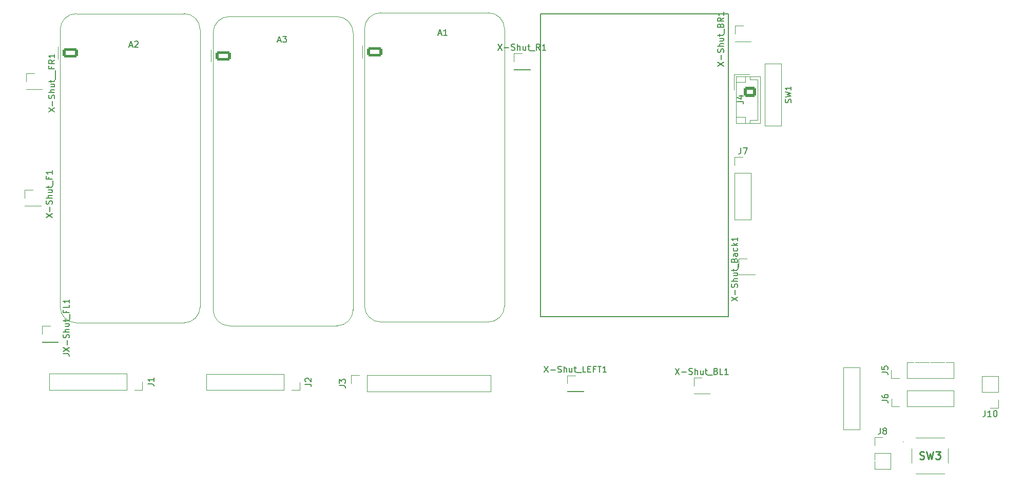
<source format=gts>
G04 #@! TF.GenerationSoftware,KiCad,Pcbnew,9.0.0*
G04 #@! TF.CreationDate,2025-04-18T00:11:51+02:00*
G04 #@! TF.ProjectId,Omni-X-II-PCB,4f6d6e69-2d58-42d4-9949-2d5043422e6b,rev?*
G04 #@! TF.SameCoordinates,Original*
G04 #@! TF.FileFunction,Soldermask,Top*
G04 #@! TF.FilePolarity,Negative*
%FSLAX46Y46*%
G04 Gerber Fmt 4.6, Leading zero omitted, Abs format (unit mm)*
G04 Created by KiCad (PCBNEW 9.0.0) date 2025-04-18 00:11:51*
%MOMM*%
%LPD*%
G01*
G04 APERTURE LIST*
G04 Aperture macros list*
%AMRoundRect*
0 Rectangle with rounded corners*
0 $1 Rounding radius*
0 $2 $3 $4 $5 $6 $7 $8 $9 X,Y pos of 4 corners*
0 Add a 4 corners polygon primitive as box body*
4,1,4,$2,$3,$4,$5,$6,$7,$8,$9,$2,$3,0*
0 Add four circle primitives for the rounded corners*
1,1,$1+$1,$2,$3*
1,1,$1+$1,$4,$5*
1,1,$1+$1,$6,$7*
1,1,$1+$1,$8,$9*
0 Add four rect primitives between the rounded corners*
20,1,$1+$1,$2,$3,$4,$5,0*
20,1,$1+$1,$4,$5,$6,$7,0*
20,1,$1+$1,$6,$7,$8,$9,0*
20,1,$1+$1,$8,$9,$2,$3,0*%
G04 Aperture macros list end*
%ADD10R,1.700000X1.700000*%
%ADD11O,1.500000X2.500000*%
%ADD12O,1.700000X1.700000*%
%ADD13RoundRect,0.250000X-0.750000X0.600000X-0.750000X-0.600000X0.750000X-0.600000X0.750000X0.600000X0*%
%ADD14O,2.500000X1.500000*%
%ADD15RoundRect,0.250000X-1.050000X-0.550000X1.050000X-0.550000X1.050000X0.550000X-1.050000X0.550000X0*%
%ADD16O,2.600000X1.600000*%
%ADD17C,2.000000*%
%ADD18R,1.500000X1.500000*%
%ADD19C,1.600000*%
%ADD20C,0.200000*%
%ADD21C,0.150000*%
%ADD22C,0.254000*%
%ADD23C,0.120000*%
%ADD24C,0.100000*%
G04 APERTURE END LIST*
D10*
X73680000Y-62140000D03*
X116140000Y-111750000D03*
D11*
X113600000Y-111750000D03*
X111060000Y-111750000D03*
X108520000Y-111750000D03*
D12*
X105980000Y-111750000D03*
X103440000Y-111750000D03*
D13*
X191750000Y-63900000D03*
D14*
X191750000Y-66400000D03*
D10*
X90180000Y-111700000D03*
D11*
X87640000Y-111700000D03*
X85100000Y-111700000D03*
X82560000Y-111700000D03*
D12*
X80020000Y-111700000D03*
X77480000Y-111700000D03*
D10*
X73440000Y-81360000D03*
X127310000Y-111960000D03*
D12*
X129850000Y-111960000D03*
D11*
X132390000Y-111960000D03*
X134930000Y-111960000D03*
X137470000Y-111960000D03*
D12*
X140010000Y-111960000D03*
X142550000Y-111960000D03*
X145090000Y-111960000D03*
X147630000Y-111960000D03*
D10*
X183800000Y-112350000D03*
D15*
X129840000Y-57270000D03*
D16*
X129840000Y-59810000D03*
X129840000Y-62350000D03*
X129840000Y-64890000D03*
X129840000Y-67430000D03*
X129840000Y-69970000D03*
X129840000Y-72510000D03*
X129840000Y-75050000D03*
X129840000Y-77590000D03*
X129840000Y-80130000D03*
X129840000Y-82670000D03*
X129840000Y-85210000D03*
X129840000Y-87750000D03*
X129840000Y-90290000D03*
X129840000Y-92830000D03*
X129840000Y-95370000D03*
X149560000Y-95370000D03*
X149560000Y-92830000D03*
X149560000Y-90290000D03*
X149560000Y-87750000D03*
X149560000Y-85210000D03*
X149560000Y-82670000D03*
X149560000Y-80130000D03*
X149560000Y-77590000D03*
X149560000Y-75050000D03*
X149560000Y-72510000D03*
X149560000Y-69970000D03*
X149560000Y-67430000D03*
D10*
X154130000Y-58850000D03*
X190560000Y-75970000D03*
D14*
X190560000Y-78510000D03*
X190560000Y-81050000D03*
X190560000Y-83590000D03*
D15*
X79640000Y-57410000D03*
D16*
X79640000Y-59950000D03*
X79640000Y-62490000D03*
X79640000Y-65030000D03*
X79640000Y-67570000D03*
X79640000Y-70110000D03*
X79640000Y-72650000D03*
X79640000Y-75190000D03*
X79640000Y-77730000D03*
X79640000Y-80270000D03*
X79640000Y-82810000D03*
X79640000Y-85350000D03*
X79640000Y-87890000D03*
X79640000Y-90430000D03*
X79640000Y-92970000D03*
X79640000Y-95510000D03*
X99360000Y-95510000D03*
X99360000Y-92970000D03*
X99360000Y-90430000D03*
X99360000Y-87890000D03*
X99360000Y-85350000D03*
X99360000Y-82810000D03*
X99360000Y-80270000D03*
X99360000Y-77730000D03*
X99360000Y-75190000D03*
X99360000Y-72650000D03*
X99360000Y-70110000D03*
X99360000Y-67570000D03*
D17*
X218190000Y-121640000D03*
X224690000Y-121640000D03*
X218190000Y-126140000D03*
X224690000Y-126140000D03*
D10*
X191220000Y-92700000D03*
X216395000Y-114450000D03*
D11*
X218935000Y-114450000D03*
X221475000Y-114450000D03*
X224015000Y-114450000D03*
D10*
X231345000Y-114660000D03*
D14*
X231345000Y-112120000D03*
D10*
X76290000Y-103830000D03*
D18*
X195550000Y-64320000D03*
D19*
X195550000Y-61780000D03*
D14*
X195550000Y-66860000D03*
D18*
X208495000Y-114430000D03*
D19*
X208495000Y-116970000D03*
D14*
X208495000Y-111890000D03*
D10*
X190590000Y-54270000D03*
X162960000Y-111990000D03*
D15*
X104870000Y-57900000D03*
D16*
X104870000Y-60440000D03*
X104870000Y-62980000D03*
X104870000Y-65520000D03*
X104870000Y-68060000D03*
X104870000Y-70600000D03*
X104870000Y-73140000D03*
X104870000Y-75680000D03*
X104870000Y-78220000D03*
X104870000Y-80760000D03*
X104870000Y-83300000D03*
X104870000Y-85840000D03*
X104870000Y-88380000D03*
X104870000Y-90920000D03*
X104870000Y-93460000D03*
X104870000Y-96000000D03*
X124590000Y-96000000D03*
X124590000Y-93460000D03*
X124590000Y-90920000D03*
X124590000Y-88380000D03*
X124590000Y-85840000D03*
X124590000Y-83300000D03*
X124590000Y-80760000D03*
X124590000Y-78220000D03*
X124590000Y-75680000D03*
X124590000Y-73140000D03*
X124590000Y-70600000D03*
X124590000Y-68060000D03*
D10*
X216355000Y-109780000D03*
D11*
X218895000Y-109780000D03*
X221435000Y-109780000D03*
X223975000Y-109780000D03*
D10*
X213595000Y-122210000D03*
D14*
X213595000Y-124750000D03*
%LPC*%
D10*
X73680000Y-62140000D03*
X116140000Y-111750000D03*
D11*
X113600000Y-111750000D03*
X111060000Y-111750000D03*
X108520000Y-111750000D03*
D12*
X105980000Y-111750000D03*
X103440000Y-111750000D03*
D13*
X191750000Y-63900000D03*
D14*
X191750000Y-66400000D03*
D10*
X90180000Y-111700000D03*
D11*
X87640000Y-111700000D03*
X85100000Y-111700000D03*
X82560000Y-111700000D03*
D12*
X80020000Y-111700000D03*
X77480000Y-111700000D03*
D10*
X73440000Y-81360000D03*
X127310000Y-111960000D03*
D12*
X129850000Y-111960000D03*
D11*
X132390000Y-111960000D03*
X134930000Y-111960000D03*
X137470000Y-111960000D03*
D12*
X140010000Y-111960000D03*
X142550000Y-111960000D03*
X145090000Y-111960000D03*
X147630000Y-111960000D03*
D10*
X183800000Y-112350000D03*
D15*
X129840000Y-57270000D03*
D16*
X129840000Y-59810000D03*
X129840000Y-62350000D03*
X129840000Y-64890000D03*
X129840000Y-67430000D03*
X129840000Y-69970000D03*
X129840000Y-72510000D03*
X129840000Y-75050000D03*
X129840000Y-77590000D03*
X129840000Y-80130000D03*
X129840000Y-82670000D03*
X129840000Y-85210000D03*
X129840000Y-87750000D03*
X129840000Y-90290000D03*
X129840000Y-92830000D03*
X129840000Y-95370000D03*
X149560000Y-95370000D03*
X149560000Y-92830000D03*
X149560000Y-90290000D03*
X149560000Y-87750000D03*
X149560000Y-85210000D03*
X149560000Y-82670000D03*
X149560000Y-80130000D03*
X149560000Y-77590000D03*
X149560000Y-75050000D03*
X149560000Y-72510000D03*
X149560000Y-69970000D03*
X149560000Y-67430000D03*
D10*
X154130000Y-58850000D03*
X190560000Y-75970000D03*
D14*
X190560000Y-78510000D03*
X190560000Y-81050000D03*
X190560000Y-83590000D03*
D15*
X79640000Y-57410000D03*
D16*
X79640000Y-59950000D03*
X79640000Y-62490000D03*
X79640000Y-65030000D03*
X79640000Y-67570000D03*
X79640000Y-70110000D03*
X79640000Y-72650000D03*
X79640000Y-75190000D03*
X79640000Y-77730000D03*
X79640000Y-80270000D03*
X79640000Y-82810000D03*
X79640000Y-85350000D03*
X79640000Y-87890000D03*
X79640000Y-90430000D03*
X79640000Y-92970000D03*
X79640000Y-95510000D03*
X99360000Y-95510000D03*
X99360000Y-92970000D03*
X99360000Y-90430000D03*
X99360000Y-87890000D03*
X99360000Y-85350000D03*
X99360000Y-82810000D03*
X99360000Y-80270000D03*
X99360000Y-77730000D03*
X99360000Y-75190000D03*
X99360000Y-72650000D03*
X99360000Y-70110000D03*
X99360000Y-67570000D03*
D17*
X218190000Y-121640000D03*
X224690000Y-121640000D03*
X218190000Y-126140000D03*
X224690000Y-126140000D03*
D10*
X191220000Y-92700000D03*
X216395000Y-114450000D03*
D11*
X218935000Y-114450000D03*
X221475000Y-114450000D03*
X224015000Y-114450000D03*
D10*
X231345000Y-114660000D03*
D14*
X231345000Y-112120000D03*
D10*
X76290000Y-103830000D03*
D18*
X195550000Y-64320000D03*
D19*
X195550000Y-61780000D03*
D14*
X195550000Y-66860000D03*
D18*
X208495000Y-114430000D03*
D19*
X208495000Y-116970000D03*
D14*
X208495000Y-111890000D03*
D10*
X190590000Y-54270000D03*
X162960000Y-111990000D03*
D15*
X104870000Y-57900000D03*
D16*
X104870000Y-60440000D03*
X104870000Y-62980000D03*
X104870000Y-65520000D03*
X104870000Y-68060000D03*
X104870000Y-70600000D03*
X104870000Y-73140000D03*
X104870000Y-75680000D03*
X104870000Y-78220000D03*
X104870000Y-80760000D03*
X104870000Y-83300000D03*
X104870000Y-85840000D03*
X104870000Y-88380000D03*
X104870000Y-90920000D03*
X104870000Y-93460000D03*
X104870000Y-96000000D03*
X124590000Y-96000000D03*
X124590000Y-93460000D03*
X124590000Y-90920000D03*
X124590000Y-88380000D03*
X124590000Y-85840000D03*
X124590000Y-83300000D03*
X124590000Y-80760000D03*
X124590000Y-78220000D03*
X124590000Y-75680000D03*
X124590000Y-73140000D03*
X124590000Y-70600000D03*
X124590000Y-68060000D03*
D10*
X216355000Y-109780000D03*
D11*
X218895000Y-109780000D03*
X221435000Y-109780000D03*
X223975000Y-109780000D03*
D10*
X213595000Y-122210000D03*
D14*
X213595000Y-124750000D03*
%LPD*%
D20*
X157150000Y-50970000D02*
X188150000Y-50970000D01*
X188150000Y-100970000D01*
X157150000Y-100970000D01*
X157150000Y-50970000D01*
D21*
X76044819Y-67175714D02*
X77044819Y-66509048D01*
X76044819Y-66509048D02*
X77044819Y-67175714D01*
X76663866Y-66128095D02*
X76663866Y-65366191D01*
X76997200Y-64937619D02*
X77044819Y-64794762D01*
X77044819Y-64794762D02*
X77044819Y-64556667D01*
X77044819Y-64556667D02*
X76997200Y-64461429D01*
X76997200Y-64461429D02*
X76949580Y-64413810D01*
X76949580Y-64413810D02*
X76854342Y-64366191D01*
X76854342Y-64366191D02*
X76759104Y-64366191D01*
X76759104Y-64366191D02*
X76663866Y-64413810D01*
X76663866Y-64413810D02*
X76616247Y-64461429D01*
X76616247Y-64461429D02*
X76568628Y-64556667D01*
X76568628Y-64556667D02*
X76521009Y-64747143D01*
X76521009Y-64747143D02*
X76473390Y-64842381D01*
X76473390Y-64842381D02*
X76425771Y-64890000D01*
X76425771Y-64890000D02*
X76330533Y-64937619D01*
X76330533Y-64937619D02*
X76235295Y-64937619D01*
X76235295Y-64937619D02*
X76140057Y-64890000D01*
X76140057Y-64890000D02*
X76092438Y-64842381D01*
X76092438Y-64842381D02*
X76044819Y-64747143D01*
X76044819Y-64747143D02*
X76044819Y-64509048D01*
X76044819Y-64509048D02*
X76092438Y-64366191D01*
X77044819Y-63937619D02*
X76044819Y-63937619D01*
X77044819Y-63509048D02*
X76521009Y-63509048D01*
X76521009Y-63509048D02*
X76425771Y-63556667D01*
X76425771Y-63556667D02*
X76378152Y-63651905D01*
X76378152Y-63651905D02*
X76378152Y-63794762D01*
X76378152Y-63794762D02*
X76425771Y-63890000D01*
X76425771Y-63890000D02*
X76473390Y-63937619D01*
X76378152Y-62604286D02*
X77044819Y-62604286D01*
X76378152Y-63032857D02*
X76901961Y-63032857D01*
X76901961Y-63032857D02*
X76997200Y-62985238D01*
X76997200Y-62985238D02*
X77044819Y-62890000D01*
X77044819Y-62890000D02*
X77044819Y-62747143D01*
X77044819Y-62747143D02*
X76997200Y-62651905D01*
X76997200Y-62651905D02*
X76949580Y-62604286D01*
X76378152Y-62270952D02*
X76378152Y-61890000D01*
X76044819Y-62128095D02*
X76901961Y-62128095D01*
X76901961Y-62128095D02*
X76997200Y-62080476D01*
X76997200Y-62080476D02*
X77044819Y-61985238D01*
X77044819Y-61985238D02*
X77044819Y-61890000D01*
X77140057Y-61794762D02*
X77140057Y-61032857D01*
X77140057Y-61032857D02*
X77140057Y-60270952D01*
X76521009Y-59699523D02*
X76521009Y-60032856D01*
X77044819Y-60032856D02*
X76044819Y-60032856D01*
X76044819Y-60032856D02*
X76044819Y-59556666D01*
X77044819Y-58604285D02*
X76568628Y-58937618D01*
X77044819Y-59175713D02*
X76044819Y-59175713D01*
X76044819Y-59175713D02*
X76044819Y-58794761D01*
X76044819Y-58794761D02*
X76092438Y-58699523D01*
X76092438Y-58699523D02*
X76140057Y-58651904D01*
X76140057Y-58651904D02*
X76235295Y-58604285D01*
X76235295Y-58604285D02*
X76378152Y-58604285D01*
X76378152Y-58604285D02*
X76473390Y-58651904D01*
X76473390Y-58651904D02*
X76521009Y-58699523D01*
X76521009Y-58699523D02*
X76568628Y-58794761D01*
X76568628Y-58794761D02*
X76568628Y-59175713D01*
X77044819Y-57651904D02*
X77044819Y-58223332D01*
X77044819Y-57937618D02*
X76044819Y-57937618D01*
X76044819Y-57937618D02*
X76187676Y-58032856D01*
X76187676Y-58032856D02*
X76282914Y-58128094D01*
X76282914Y-58128094D02*
X76330533Y-58223332D01*
X118364819Y-112083333D02*
X119079104Y-112083333D01*
X119079104Y-112083333D02*
X119221961Y-112130952D01*
X119221961Y-112130952D02*
X119317200Y-112226190D01*
X119317200Y-112226190D02*
X119364819Y-112369047D01*
X119364819Y-112369047D02*
X119364819Y-112464285D01*
X118460057Y-111654761D02*
X118412438Y-111607142D01*
X118412438Y-111607142D02*
X118364819Y-111511904D01*
X118364819Y-111511904D02*
X118364819Y-111273809D01*
X118364819Y-111273809D02*
X118412438Y-111178571D01*
X118412438Y-111178571D02*
X118460057Y-111130952D01*
X118460057Y-111130952D02*
X118555295Y-111083333D01*
X118555295Y-111083333D02*
X118650533Y-111083333D01*
X118650533Y-111083333D02*
X118793390Y-111130952D01*
X118793390Y-111130952D02*
X119364819Y-111702380D01*
X119364819Y-111702380D02*
X119364819Y-111083333D01*
X189654819Y-65433333D02*
X190369104Y-65433333D01*
X190369104Y-65433333D02*
X190511961Y-65480952D01*
X190511961Y-65480952D02*
X190607200Y-65576190D01*
X190607200Y-65576190D02*
X190654819Y-65719047D01*
X190654819Y-65719047D02*
X190654819Y-65814285D01*
X189988152Y-64528571D02*
X190654819Y-64528571D01*
X189607200Y-64766666D02*
X190321485Y-65004761D01*
X190321485Y-65004761D02*
X190321485Y-64385714D01*
X92404819Y-112033333D02*
X93119104Y-112033333D01*
X93119104Y-112033333D02*
X93261961Y-112080952D01*
X93261961Y-112080952D02*
X93357200Y-112176190D01*
X93357200Y-112176190D02*
X93404819Y-112319047D01*
X93404819Y-112319047D02*
X93404819Y-112414285D01*
X93404819Y-111033333D02*
X93404819Y-111604761D01*
X93404819Y-111319047D02*
X92404819Y-111319047D01*
X92404819Y-111319047D02*
X92547676Y-111414285D01*
X92547676Y-111414285D02*
X92642914Y-111509523D01*
X92642914Y-111509523D02*
X92690533Y-111604761D01*
X75634819Y-84614761D02*
X76634819Y-83948095D01*
X75634819Y-83948095D02*
X76634819Y-84614761D01*
X76253866Y-83567142D02*
X76253866Y-82805238D01*
X76587200Y-82376666D02*
X76634819Y-82233809D01*
X76634819Y-82233809D02*
X76634819Y-81995714D01*
X76634819Y-81995714D02*
X76587200Y-81900476D01*
X76587200Y-81900476D02*
X76539580Y-81852857D01*
X76539580Y-81852857D02*
X76444342Y-81805238D01*
X76444342Y-81805238D02*
X76349104Y-81805238D01*
X76349104Y-81805238D02*
X76253866Y-81852857D01*
X76253866Y-81852857D02*
X76206247Y-81900476D01*
X76206247Y-81900476D02*
X76158628Y-81995714D01*
X76158628Y-81995714D02*
X76111009Y-82186190D01*
X76111009Y-82186190D02*
X76063390Y-82281428D01*
X76063390Y-82281428D02*
X76015771Y-82329047D01*
X76015771Y-82329047D02*
X75920533Y-82376666D01*
X75920533Y-82376666D02*
X75825295Y-82376666D01*
X75825295Y-82376666D02*
X75730057Y-82329047D01*
X75730057Y-82329047D02*
X75682438Y-82281428D01*
X75682438Y-82281428D02*
X75634819Y-82186190D01*
X75634819Y-82186190D02*
X75634819Y-81948095D01*
X75634819Y-81948095D02*
X75682438Y-81805238D01*
X76634819Y-81376666D02*
X75634819Y-81376666D01*
X76634819Y-80948095D02*
X76111009Y-80948095D01*
X76111009Y-80948095D02*
X76015771Y-80995714D01*
X76015771Y-80995714D02*
X75968152Y-81090952D01*
X75968152Y-81090952D02*
X75968152Y-81233809D01*
X75968152Y-81233809D02*
X76015771Y-81329047D01*
X76015771Y-81329047D02*
X76063390Y-81376666D01*
X75968152Y-80043333D02*
X76634819Y-80043333D01*
X75968152Y-80471904D02*
X76491961Y-80471904D01*
X76491961Y-80471904D02*
X76587200Y-80424285D01*
X76587200Y-80424285D02*
X76634819Y-80329047D01*
X76634819Y-80329047D02*
X76634819Y-80186190D01*
X76634819Y-80186190D02*
X76587200Y-80090952D01*
X76587200Y-80090952D02*
X76539580Y-80043333D01*
X75968152Y-79709999D02*
X75968152Y-79329047D01*
X75634819Y-79567142D02*
X76491961Y-79567142D01*
X76491961Y-79567142D02*
X76587200Y-79519523D01*
X76587200Y-79519523D02*
X76634819Y-79424285D01*
X76634819Y-79424285D02*
X76634819Y-79329047D01*
X76730057Y-79233809D02*
X76730057Y-78471904D01*
X76111009Y-77900475D02*
X76111009Y-78233808D01*
X76634819Y-78233808D02*
X75634819Y-78233808D01*
X75634819Y-78233808D02*
X75634819Y-77757618D01*
X76634819Y-76852856D02*
X76634819Y-77424284D01*
X76634819Y-77138570D02*
X75634819Y-77138570D01*
X75634819Y-77138570D02*
X75777676Y-77233808D01*
X75777676Y-77233808D02*
X75872914Y-77329046D01*
X75872914Y-77329046D02*
X75920533Y-77424284D01*
X123994819Y-112293333D02*
X124709104Y-112293333D01*
X124709104Y-112293333D02*
X124851961Y-112340952D01*
X124851961Y-112340952D02*
X124947200Y-112436190D01*
X124947200Y-112436190D02*
X124994819Y-112579047D01*
X124994819Y-112579047D02*
X124994819Y-112674285D01*
X123994819Y-111912380D02*
X123994819Y-111293333D01*
X123994819Y-111293333D02*
X124375771Y-111626666D01*
X124375771Y-111626666D02*
X124375771Y-111483809D01*
X124375771Y-111483809D02*
X124423390Y-111388571D01*
X124423390Y-111388571D02*
X124471009Y-111340952D01*
X124471009Y-111340952D02*
X124566247Y-111293333D01*
X124566247Y-111293333D02*
X124804342Y-111293333D01*
X124804342Y-111293333D02*
X124899580Y-111340952D01*
X124899580Y-111340952D02*
X124947200Y-111388571D01*
X124947200Y-111388571D02*
X124994819Y-111483809D01*
X124994819Y-111483809D02*
X124994819Y-111769523D01*
X124994819Y-111769523D02*
X124947200Y-111864761D01*
X124947200Y-111864761D02*
X124899580Y-111912380D01*
X179419047Y-109474819D02*
X180085713Y-110474819D01*
X180085713Y-109474819D02*
X179419047Y-110474819D01*
X180466666Y-110093866D02*
X181228571Y-110093866D01*
X181657142Y-110427200D02*
X181799999Y-110474819D01*
X181799999Y-110474819D02*
X182038094Y-110474819D01*
X182038094Y-110474819D02*
X182133332Y-110427200D01*
X182133332Y-110427200D02*
X182180951Y-110379580D01*
X182180951Y-110379580D02*
X182228570Y-110284342D01*
X182228570Y-110284342D02*
X182228570Y-110189104D01*
X182228570Y-110189104D02*
X182180951Y-110093866D01*
X182180951Y-110093866D02*
X182133332Y-110046247D01*
X182133332Y-110046247D02*
X182038094Y-109998628D01*
X182038094Y-109998628D02*
X181847618Y-109951009D01*
X181847618Y-109951009D02*
X181752380Y-109903390D01*
X181752380Y-109903390D02*
X181704761Y-109855771D01*
X181704761Y-109855771D02*
X181657142Y-109760533D01*
X181657142Y-109760533D02*
X181657142Y-109665295D01*
X181657142Y-109665295D02*
X181704761Y-109570057D01*
X181704761Y-109570057D02*
X181752380Y-109522438D01*
X181752380Y-109522438D02*
X181847618Y-109474819D01*
X181847618Y-109474819D02*
X182085713Y-109474819D01*
X182085713Y-109474819D02*
X182228570Y-109522438D01*
X182657142Y-110474819D02*
X182657142Y-109474819D01*
X183085713Y-110474819D02*
X183085713Y-109951009D01*
X183085713Y-109951009D02*
X183038094Y-109855771D01*
X183038094Y-109855771D02*
X182942856Y-109808152D01*
X182942856Y-109808152D02*
X182799999Y-109808152D01*
X182799999Y-109808152D02*
X182704761Y-109855771D01*
X182704761Y-109855771D02*
X182657142Y-109903390D01*
X183990475Y-109808152D02*
X183990475Y-110474819D01*
X183561904Y-109808152D02*
X183561904Y-110331961D01*
X183561904Y-110331961D02*
X183609523Y-110427200D01*
X183609523Y-110427200D02*
X183704761Y-110474819D01*
X183704761Y-110474819D02*
X183847618Y-110474819D01*
X183847618Y-110474819D02*
X183942856Y-110427200D01*
X183942856Y-110427200D02*
X183990475Y-110379580D01*
X184323809Y-109808152D02*
X184704761Y-109808152D01*
X184466666Y-109474819D02*
X184466666Y-110331961D01*
X184466666Y-110331961D02*
X184514285Y-110427200D01*
X184514285Y-110427200D02*
X184609523Y-110474819D01*
X184609523Y-110474819D02*
X184704761Y-110474819D01*
X184800000Y-110570057D02*
X185561904Y-110570057D01*
X186133333Y-109951009D02*
X186276190Y-109998628D01*
X186276190Y-109998628D02*
X186323809Y-110046247D01*
X186323809Y-110046247D02*
X186371428Y-110141485D01*
X186371428Y-110141485D02*
X186371428Y-110284342D01*
X186371428Y-110284342D02*
X186323809Y-110379580D01*
X186323809Y-110379580D02*
X186276190Y-110427200D01*
X186276190Y-110427200D02*
X186180952Y-110474819D01*
X186180952Y-110474819D02*
X185800000Y-110474819D01*
X185800000Y-110474819D02*
X185800000Y-109474819D01*
X185800000Y-109474819D02*
X186133333Y-109474819D01*
X186133333Y-109474819D02*
X186228571Y-109522438D01*
X186228571Y-109522438D02*
X186276190Y-109570057D01*
X186276190Y-109570057D02*
X186323809Y-109665295D01*
X186323809Y-109665295D02*
X186323809Y-109760533D01*
X186323809Y-109760533D02*
X186276190Y-109855771D01*
X186276190Y-109855771D02*
X186228571Y-109903390D01*
X186228571Y-109903390D02*
X186133333Y-109951009D01*
X186133333Y-109951009D02*
X185800000Y-109951009D01*
X187276190Y-110474819D02*
X186800000Y-110474819D01*
X186800000Y-110474819D02*
X186800000Y-109474819D01*
X188133333Y-110474819D02*
X187561905Y-110474819D01*
X187847619Y-110474819D02*
X187847619Y-109474819D01*
X187847619Y-109474819D02*
X187752381Y-109617676D01*
X187752381Y-109617676D02*
X187657143Y-109712914D01*
X187657143Y-109712914D02*
X187561905Y-109760533D01*
X140355714Y-54249104D02*
X140831904Y-54249104D01*
X140260476Y-54534819D02*
X140593809Y-53534819D01*
X140593809Y-53534819D02*
X140927142Y-54534819D01*
X141784285Y-54534819D02*
X141212857Y-54534819D01*
X141498571Y-54534819D02*
X141498571Y-53534819D01*
X141498571Y-53534819D02*
X141403333Y-53677676D01*
X141403333Y-53677676D02*
X141308095Y-53772914D01*
X141308095Y-53772914D02*
X141212857Y-53820533D01*
X150153809Y-55974819D02*
X150820475Y-56974819D01*
X150820475Y-55974819D02*
X150153809Y-56974819D01*
X151201428Y-56593866D02*
X151963333Y-56593866D01*
X152391904Y-56927200D02*
X152534761Y-56974819D01*
X152534761Y-56974819D02*
X152772856Y-56974819D01*
X152772856Y-56974819D02*
X152868094Y-56927200D01*
X152868094Y-56927200D02*
X152915713Y-56879580D01*
X152915713Y-56879580D02*
X152963332Y-56784342D01*
X152963332Y-56784342D02*
X152963332Y-56689104D01*
X152963332Y-56689104D02*
X152915713Y-56593866D01*
X152915713Y-56593866D02*
X152868094Y-56546247D01*
X152868094Y-56546247D02*
X152772856Y-56498628D01*
X152772856Y-56498628D02*
X152582380Y-56451009D01*
X152582380Y-56451009D02*
X152487142Y-56403390D01*
X152487142Y-56403390D02*
X152439523Y-56355771D01*
X152439523Y-56355771D02*
X152391904Y-56260533D01*
X152391904Y-56260533D02*
X152391904Y-56165295D01*
X152391904Y-56165295D02*
X152439523Y-56070057D01*
X152439523Y-56070057D02*
X152487142Y-56022438D01*
X152487142Y-56022438D02*
X152582380Y-55974819D01*
X152582380Y-55974819D02*
X152820475Y-55974819D01*
X152820475Y-55974819D02*
X152963332Y-56022438D01*
X153391904Y-56974819D02*
X153391904Y-55974819D01*
X153820475Y-56974819D02*
X153820475Y-56451009D01*
X153820475Y-56451009D02*
X153772856Y-56355771D01*
X153772856Y-56355771D02*
X153677618Y-56308152D01*
X153677618Y-56308152D02*
X153534761Y-56308152D01*
X153534761Y-56308152D02*
X153439523Y-56355771D01*
X153439523Y-56355771D02*
X153391904Y-56403390D01*
X154725237Y-56308152D02*
X154725237Y-56974819D01*
X154296666Y-56308152D02*
X154296666Y-56831961D01*
X154296666Y-56831961D02*
X154344285Y-56927200D01*
X154344285Y-56927200D02*
X154439523Y-56974819D01*
X154439523Y-56974819D02*
X154582380Y-56974819D01*
X154582380Y-56974819D02*
X154677618Y-56927200D01*
X154677618Y-56927200D02*
X154725237Y-56879580D01*
X155058571Y-56308152D02*
X155439523Y-56308152D01*
X155201428Y-55974819D02*
X155201428Y-56831961D01*
X155201428Y-56831961D02*
X155249047Y-56927200D01*
X155249047Y-56927200D02*
X155344285Y-56974819D01*
X155344285Y-56974819D02*
X155439523Y-56974819D01*
X155534762Y-57070057D02*
X156296666Y-57070057D01*
X157106190Y-56974819D02*
X156772857Y-56498628D01*
X156534762Y-56974819D02*
X156534762Y-55974819D01*
X156534762Y-55974819D02*
X156915714Y-55974819D01*
X156915714Y-55974819D02*
X157010952Y-56022438D01*
X157010952Y-56022438D02*
X157058571Y-56070057D01*
X157058571Y-56070057D02*
X157106190Y-56165295D01*
X157106190Y-56165295D02*
X157106190Y-56308152D01*
X157106190Y-56308152D02*
X157058571Y-56403390D01*
X157058571Y-56403390D02*
X157010952Y-56451009D01*
X157010952Y-56451009D02*
X156915714Y-56498628D01*
X156915714Y-56498628D02*
X156534762Y-56498628D01*
X158058571Y-56974819D02*
X157487143Y-56974819D01*
X157772857Y-56974819D02*
X157772857Y-55974819D01*
X157772857Y-55974819D02*
X157677619Y-56117676D01*
X157677619Y-56117676D02*
X157582381Y-56212914D01*
X157582381Y-56212914D02*
X157487143Y-56260533D01*
X190226666Y-73094819D02*
X190226666Y-73809104D01*
X190226666Y-73809104D02*
X190179047Y-73951961D01*
X190179047Y-73951961D02*
X190083809Y-74047200D01*
X190083809Y-74047200D02*
X189940952Y-74094819D01*
X189940952Y-74094819D02*
X189845714Y-74094819D01*
X190607619Y-73094819D02*
X191274285Y-73094819D01*
X191274285Y-73094819D02*
X190845714Y-74094819D01*
X89395714Y-56199104D02*
X89871904Y-56199104D01*
X89300476Y-56484819D02*
X89633809Y-55484819D01*
X89633809Y-55484819D02*
X89967142Y-56484819D01*
X90252857Y-55580057D02*
X90300476Y-55532438D01*
X90300476Y-55532438D02*
X90395714Y-55484819D01*
X90395714Y-55484819D02*
X90633809Y-55484819D01*
X90633809Y-55484819D02*
X90729047Y-55532438D01*
X90729047Y-55532438D02*
X90776666Y-55580057D01*
X90776666Y-55580057D02*
X90824285Y-55675295D01*
X90824285Y-55675295D02*
X90824285Y-55770533D01*
X90824285Y-55770533D02*
X90776666Y-55913390D01*
X90776666Y-55913390D02*
X90205238Y-56484819D01*
X90205238Y-56484819D02*
X90824285Y-56484819D01*
D22*
X219746666Y-124403842D02*
X219928095Y-124464318D01*
X219928095Y-124464318D02*
X220230476Y-124464318D01*
X220230476Y-124464318D02*
X220351428Y-124403842D01*
X220351428Y-124403842D02*
X220411904Y-124343365D01*
X220411904Y-124343365D02*
X220472381Y-124222413D01*
X220472381Y-124222413D02*
X220472381Y-124101461D01*
X220472381Y-124101461D02*
X220411904Y-123980508D01*
X220411904Y-123980508D02*
X220351428Y-123920032D01*
X220351428Y-123920032D02*
X220230476Y-123859556D01*
X220230476Y-123859556D02*
X219988571Y-123799080D01*
X219988571Y-123799080D02*
X219867619Y-123738603D01*
X219867619Y-123738603D02*
X219807142Y-123678127D01*
X219807142Y-123678127D02*
X219746666Y-123557175D01*
X219746666Y-123557175D02*
X219746666Y-123436222D01*
X219746666Y-123436222D02*
X219807142Y-123315270D01*
X219807142Y-123315270D02*
X219867619Y-123254794D01*
X219867619Y-123254794D02*
X219988571Y-123194318D01*
X219988571Y-123194318D02*
X220290952Y-123194318D01*
X220290952Y-123194318D02*
X220472381Y-123254794D01*
X220895714Y-123194318D02*
X221198095Y-124464318D01*
X221198095Y-124464318D02*
X221440000Y-123557175D01*
X221440000Y-123557175D02*
X221681905Y-124464318D01*
X221681905Y-124464318D02*
X221984286Y-123194318D01*
X222347143Y-123194318D02*
X223133334Y-123194318D01*
X223133334Y-123194318D02*
X222710000Y-123678127D01*
X222710000Y-123678127D02*
X222891429Y-123678127D01*
X222891429Y-123678127D02*
X223012381Y-123738603D01*
X223012381Y-123738603D02*
X223072857Y-123799080D01*
X223072857Y-123799080D02*
X223133334Y-123920032D01*
X223133334Y-123920032D02*
X223133334Y-124222413D01*
X223133334Y-124222413D02*
X223072857Y-124343365D01*
X223072857Y-124343365D02*
X223012381Y-124403842D01*
X223012381Y-124403842D02*
X222891429Y-124464318D01*
X222891429Y-124464318D02*
X222528572Y-124464318D01*
X222528572Y-124464318D02*
X222407619Y-124403842D01*
X222407619Y-124403842D02*
X222347143Y-124343365D01*
D21*
X188674819Y-98351904D02*
X189674819Y-97685238D01*
X188674819Y-97685238D02*
X189674819Y-98351904D01*
X189293866Y-97304285D02*
X189293866Y-96542381D01*
X189627200Y-96113809D02*
X189674819Y-95970952D01*
X189674819Y-95970952D02*
X189674819Y-95732857D01*
X189674819Y-95732857D02*
X189627200Y-95637619D01*
X189627200Y-95637619D02*
X189579580Y-95590000D01*
X189579580Y-95590000D02*
X189484342Y-95542381D01*
X189484342Y-95542381D02*
X189389104Y-95542381D01*
X189389104Y-95542381D02*
X189293866Y-95590000D01*
X189293866Y-95590000D02*
X189246247Y-95637619D01*
X189246247Y-95637619D02*
X189198628Y-95732857D01*
X189198628Y-95732857D02*
X189151009Y-95923333D01*
X189151009Y-95923333D02*
X189103390Y-96018571D01*
X189103390Y-96018571D02*
X189055771Y-96066190D01*
X189055771Y-96066190D02*
X188960533Y-96113809D01*
X188960533Y-96113809D02*
X188865295Y-96113809D01*
X188865295Y-96113809D02*
X188770057Y-96066190D01*
X188770057Y-96066190D02*
X188722438Y-96018571D01*
X188722438Y-96018571D02*
X188674819Y-95923333D01*
X188674819Y-95923333D02*
X188674819Y-95685238D01*
X188674819Y-95685238D02*
X188722438Y-95542381D01*
X189674819Y-95113809D02*
X188674819Y-95113809D01*
X189674819Y-94685238D02*
X189151009Y-94685238D01*
X189151009Y-94685238D02*
X189055771Y-94732857D01*
X189055771Y-94732857D02*
X189008152Y-94828095D01*
X189008152Y-94828095D02*
X189008152Y-94970952D01*
X189008152Y-94970952D02*
X189055771Y-95066190D01*
X189055771Y-95066190D02*
X189103390Y-95113809D01*
X189008152Y-93780476D02*
X189674819Y-93780476D01*
X189008152Y-94209047D02*
X189531961Y-94209047D01*
X189531961Y-94209047D02*
X189627200Y-94161428D01*
X189627200Y-94161428D02*
X189674819Y-94066190D01*
X189674819Y-94066190D02*
X189674819Y-93923333D01*
X189674819Y-93923333D02*
X189627200Y-93828095D01*
X189627200Y-93828095D02*
X189579580Y-93780476D01*
X189008152Y-93447142D02*
X189008152Y-93066190D01*
X188674819Y-93304285D02*
X189531961Y-93304285D01*
X189531961Y-93304285D02*
X189627200Y-93256666D01*
X189627200Y-93256666D02*
X189674819Y-93161428D01*
X189674819Y-93161428D02*
X189674819Y-93066190D01*
X189770057Y-92970952D02*
X189770057Y-92209047D01*
X189151009Y-91637618D02*
X189198628Y-91494761D01*
X189198628Y-91494761D02*
X189246247Y-91447142D01*
X189246247Y-91447142D02*
X189341485Y-91399523D01*
X189341485Y-91399523D02*
X189484342Y-91399523D01*
X189484342Y-91399523D02*
X189579580Y-91447142D01*
X189579580Y-91447142D02*
X189627200Y-91494761D01*
X189627200Y-91494761D02*
X189674819Y-91589999D01*
X189674819Y-91589999D02*
X189674819Y-91970951D01*
X189674819Y-91970951D02*
X188674819Y-91970951D01*
X188674819Y-91970951D02*
X188674819Y-91637618D01*
X188674819Y-91637618D02*
X188722438Y-91542380D01*
X188722438Y-91542380D02*
X188770057Y-91494761D01*
X188770057Y-91494761D02*
X188865295Y-91447142D01*
X188865295Y-91447142D02*
X188960533Y-91447142D01*
X188960533Y-91447142D02*
X189055771Y-91494761D01*
X189055771Y-91494761D02*
X189103390Y-91542380D01*
X189103390Y-91542380D02*
X189151009Y-91637618D01*
X189151009Y-91637618D02*
X189151009Y-91970951D01*
X189674819Y-90542380D02*
X189151009Y-90542380D01*
X189151009Y-90542380D02*
X189055771Y-90589999D01*
X189055771Y-90589999D02*
X189008152Y-90685237D01*
X189008152Y-90685237D02*
X189008152Y-90875713D01*
X189008152Y-90875713D02*
X189055771Y-90970951D01*
X189627200Y-90542380D02*
X189674819Y-90637618D01*
X189674819Y-90637618D02*
X189674819Y-90875713D01*
X189674819Y-90875713D02*
X189627200Y-90970951D01*
X189627200Y-90970951D02*
X189531961Y-91018570D01*
X189531961Y-91018570D02*
X189436723Y-91018570D01*
X189436723Y-91018570D02*
X189341485Y-90970951D01*
X189341485Y-90970951D02*
X189293866Y-90875713D01*
X189293866Y-90875713D02*
X189293866Y-90637618D01*
X189293866Y-90637618D02*
X189246247Y-90542380D01*
X189627200Y-89637618D02*
X189674819Y-89732856D01*
X189674819Y-89732856D02*
X189674819Y-89923332D01*
X189674819Y-89923332D02*
X189627200Y-90018570D01*
X189627200Y-90018570D02*
X189579580Y-90066189D01*
X189579580Y-90066189D02*
X189484342Y-90113808D01*
X189484342Y-90113808D02*
X189198628Y-90113808D01*
X189198628Y-90113808D02*
X189103390Y-90066189D01*
X189103390Y-90066189D02*
X189055771Y-90018570D01*
X189055771Y-90018570D02*
X189008152Y-89923332D01*
X189008152Y-89923332D02*
X189008152Y-89732856D01*
X189008152Y-89732856D02*
X189055771Y-89637618D01*
X189674819Y-89209046D02*
X188674819Y-89209046D01*
X189293866Y-89113808D02*
X189674819Y-88828094D01*
X189008152Y-88828094D02*
X189389104Y-89209046D01*
X189674819Y-87875713D02*
X189674819Y-88447141D01*
X189674819Y-88161427D02*
X188674819Y-88161427D01*
X188674819Y-88161427D02*
X188817676Y-88256665D01*
X188817676Y-88256665D02*
X188912914Y-88351903D01*
X188912914Y-88351903D02*
X188960533Y-88447141D01*
X213519819Y-114783333D02*
X214234104Y-114783333D01*
X214234104Y-114783333D02*
X214376961Y-114830952D01*
X214376961Y-114830952D02*
X214472200Y-114926190D01*
X214472200Y-114926190D02*
X214519819Y-115069047D01*
X214519819Y-115069047D02*
X214519819Y-115164285D01*
X213519819Y-113878571D02*
X213519819Y-114069047D01*
X213519819Y-114069047D02*
X213567438Y-114164285D01*
X213567438Y-114164285D02*
X213615057Y-114211904D01*
X213615057Y-114211904D02*
X213757914Y-114307142D01*
X213757914Y-114307142D02*
X213948390Y-114354761D01*
X213948390Y-114354761D02*
X214329342Y-114354761D01*
X214329342Y-114354761D02*
X214424580Y-114307142D01*
X214424580Y-114307142D02*
X214472200Y-114259523D01*
X214472200Y-114259523D02*
X214519819Y-114164285D01*
X214519819Y-114164285D02*
X214519819Y-113973809D01*
X214519819Y-113973809D02*
X214472200Y-113878571D01*
X214472200Y-113878571D02*
X214424580Y-113830952D01*
X214424580Y-113830952D02*
X214329342Y-113783333D01*
X214329342Y-113783333D02*
X214091247Y-113783333D01*
X214091247Y-113783333D02*
X213996009Y-113830952D01*
X213996009Y-113830952D02*
X213948390Y-113878571D01*
X213948390Y-113878571D02*
X213900771Y-113973809D01*
X213900771Y-113973809D02*
X213900771Y-114164285D01*
X213900771Y-114164285D02*
X213948390Y-114259523D01*
X213948390Y-114259523D02*
X213996009Y-114307142D01*
X213996009Y-114307142D02*
X214091247Y-114354761D01*
X230535476Y-116444819D02*
X230535476Y-117159104D01*
X230535476Y-117159104D02*
X230487857Y-117301961D01*
X230487857Y-117301961D02*
X230392619Y-117397200D01*
X230392619Y-117397200D02*
X230249762Y-117444819D01*
X230249762Y-117444819D02*
X230154524Y-117444819D01*
X231535476Y-117444819D02*
X230964048Y-117444819D01*
X231249762Y-117444819D02*
X231249762Y-116444819D01*
X231249762Y-116444819D02*
X231154524Y-116587676D01*
X231154524Y-116587676D02*
X231059286Y-116682914D01*
X231059286Y-116682914D02*
X230964048Y-116730533D01*
X232154524Y-116444819D02*
X232249762Y-116444819D01*
X232249762Y-116444819D02*
X232345000Y-116492438D01*
X232345000Y-116492438D02*
X232392619Y-116540057D01*
X232392619Y-116540057D02*
X232440238Y-116635295D01*
X232440238Y-116635295D02*
X232487857Y-116825771D01*
X232487857Y-116825771D02*
X232487857Y-117063866D01*
X232487857Y-117063866D02*
X232440238Y-117254342D01*
X232440238Y-117254342D02*
X232392619Y-117349580D01*
X232392619Y-117349580D02*
X232345000Y-117397200D01*
X232345000Y-117397200D02*
X232249762Y-117444819D01*
X232249762Y-117444819D02*
X232154524Y-117444819D01*
X232154524Y-117444819D02*
X232059286Y-117397200D01*
X232059286Y-117397200D02*
X232011667Y-117349580D01*
X232011667Y-117349580D02*
X231964048Y-117254342D01*
X231964048Y-117254342D02*
X231916429Y-117063866D01*
X231916429Y-117063866D02*
X231916429Y-116825771D01*
X231916429Y-116825771D02*
X231964048Y-116635295D01*
X231964048Y-116635295D02*
X232011667Y-116540057D01*
X232011667Y-116540057D02*
X232059286Y-116492438D01*
X232059286Y-116492438D02*
X232154524Y-116444819D01*
X78464819Y-107069524D02*
X79179104Y-107069524D01*
X79179104Y-107069524D02*
X79321961Y-107117143D01*
X79321961Y-107117143D02*
X79417200Y-107212381D01*
X79417200Y-107212381D02*
X79464819Y-107355238D01*
X79464819Y-107355238D02*
X79464819Y-107450476D01*
X78464819Y-106688571D02*
X79464819Y-106021905D01*
X78464819Y-106021905D02*
X79464819Y-106688571D01*
X79083866Y-105640952D02*
X79083866Y-104879048D01*
X79417200Y-104450476D02*
X79464819Y-104307619D01*
X79464819Y-104307619D02*
X79464819Y-104069524D01*
X79464819Y-104069524D02*
X79417200Y-103974286D01*
X79417200Y-103974286D02*
X79369580Y-103926667D01*
X79369580Y-103926667D02*
X79274342Y-103879048D01*
X79274342Y-103879048D02*
X79179104Y-103879048D01*
X79179104Y-103879048D02*
X79083866Y-103926667D01*
X79083866Y-103926667D02*
X79036247Y-103974286D01*
X79036247Y-103974286D02*
X78988628Y-104069524D01*
X78988628Y-104069524D02*
X78941009Y-104260000D01*
X78941009Y-104260000D02*
X78893390Y-104355238D01*
X78893390Y-104355238D02*
X78845771Y-104402857D01*
X78845771Y-104402857D02*
X78750533Y-104450476D01*
X78750533Y-104450476D02*
X78655295Y-104450476D01*
X78655295Y-104450476D02*
X78560057Y-104402857D01*
X78560057Y-104402857D02*
X78512438Y-104355238D01*
X78512438Y-104355238D02*
X78464819Y-104260000D01*
X78464819Y-104260000D02*
X78464819Y-104021905D01*
X78464819Y-104021905D02*
X78512438Y-103879048D01*
X79464819Y-103450476D02*
X78464819Y-103450476D01*
X79464819Y-103021905D02*
X78941009Y-103021905D01*
X78941009Y-103021905D02*
X78845771Y-103069524D01*
X78845771Y-103069524D02*
X78798152Y-103164762D01*
X78798152Y-103164762D02*
X78798152Y-103307619D01*
X78798152Y-103307619D02*
X78845771Y-103402857D01*
X78845771Y-103402857D02*
X78893390Y-103450476D01*
X78798152Y-102117143D02*
X79464819Y-102117143D01*
X78798152Y-102545714D02*
X79321961Y-102545714D01*
X79321961Y-102545714D02*
X79417200Y-102498095D01*
X79417200Y-102498095D02*
X79464819Y-102402857D01*
X79464819Y-102402857D02*
X79464819Y-102260000D01*
X79464819Y-102260000D02*
X79417200Y-102164762D01*
X79417200Y-102164762D02*
X79369580Y-102117143D01*
X78798152Y-101783809D02*
X78798152Y-101402857D01*
X78464819Y-101640952D02*
X79321961Y-101640952D01*
X79321961Y-101640952D02*
X79417200Y-101593333D01*
X79417200Y-101593333D02*
X79464819Y-101498095D01*
X79464819Y-101498095D02*
X79464819Y-101402857D01*
X79560057Y-101307619D02*
X79560057Y-100545714D01*
X78941009Y-99974285D02*
X78941009Y-100307618D01*
X79464819Y-100307618D02*
X78464819Y-100307618D01*
X78464819Y-100307618D02*
X78464819Y-99831428D01*
X79464819Y-98974285D02*
X79464819Y-99450475D01*
X79464819Y-99450475D02*
X78464819Y-99450475D01*
X79464819Y-98117142D02*
X79464819Y-98688570D01*
X79464819Y-98402856D02*
X78464819Y-98402856D01*
X78464819Y-98402856D02*
X78607676Y-98498094D01*
X78607676Y-98498094D02*
X78702914Y-98593332D01*
X78702914Y-98593332D02*
X78750533Y-98688570D01*
X198497200Y-65653332D02*
X198544819Y-65510475D01*
X198544819Y-65510475D02*
X198544819Y-65272380D01*
X198544819Y-65272380D02*
X198497200Y-65177142D01*
X198497200Y-65177142D02*
X198449580Y-65129523D01*
X198449580Y-65129523D02*
X198354342Y-65081904D01*
X198354342Y-65081904D02*
X198259104Y-65081904D01*
X198259104Y-65081904D02*
X198163866Y-65129523D01*
X198163866Y-65129523D02*
X198116247Y-65177142D01*
X198116247Y-65177142D02*
X198068628Y-65272380D01*
X198068628Y-65272380D02*
X198021009Y-65462856D01*
X198021009Y-65462856D02*
X197973390Y-65558094D01*
X197973390Y-65558094D02*
X197925771Y-65605713D01*
X197925771Y-65605713D02*
X197830533Y-65653332D01*
X197830533Y-65653332D02*
X197735295Y-65653332D01*
X197735295Y-65653332D02*
X197640057Y-65605713D01*
X197640057Y-65605713D02*
X197592438Y-65558094D01*
X197592438Y-65558094D02*
X197544819Y-65462856D01*
X197544819Y-65462856D02*
X197544819Y-65224761D01*
X197544819Y-65224761D02*
X197592438Y-65081904D01*
X197544819Y-64748570D02*
X198544819Y-64510475D01*
X198544819Y-64510475D02*
X197830533Y-64319999D01*
X197830533Y-64319999D02*
X198544819Y-64129523D01*
X198544819Y-64129523D02*
X197544819Y-63891428D01*
X198544819Y-62986666D02*
X198544819Y-63558094D01*
X198544819Y-63272380D02*
X197544819Y-63272380D01*
X197544819Y-63272380D02*
X197687676Y-63367618D01*
X197687676Y-63367618D02*
X197782914Y-63462856D01*
X197782914Y-63462856D02*
X197830533Y-63558094D01*
X186394819Y-59596190D02*
X187394819Y-58929524D01*
X186394819Y-58929524D02*
X187394819Y-59596190D01*
X187013866Y-58548571D02*
X187013866Y-57786667D01*
X187347200Y-57358095D02*
X187394819Y-57215238D01*
X187394819Y-57215238D02*
X187394819Y-56977143D01*
X187394819Y-56977143D02*
X187347200Y-56881905D01*
X187347200Y-56881905D02*
X187299580Y-56834286D01*
X187299580Y-56834286D02*
X187204342Y-56786667D01*
X187204342Y-56786667D02*
X187109104Y-56786667D01*
X187109104Y-56786667D02*
X187013866Y-56834286D01*
X187013866Y-56834286D02*
X186966247Y-56881905D01*
X186966247Y-56881905D02*
X186918628Y-56977143D01*
X186918628Y-56977143D02*
X186871009Y-57167619D01*
X186871009Y-57167619D02*
X186823390Y-57262857D01*
X186823390Y-57262857D02*
X186775771Y-57310476D01*
X186775771Y-57310476D02*
X186680533Y-57358095D01*
X186680533Y-57358095D02*
X186585295Y-57358095D01*
X186585295Y-57358095D02*
X186490057Y-57310476D01*
X186490057Y-57310476D02*
X186442438Y-57262857D01*
X186442438Y-57262857D02*
X186394819Y-57167619D01*
X186394819Y-57167619D02*
X186394819Y-56929524D01*
X186394819Y-56929524D02*
X186442438Y-56786667D01*
X187394819Y-56358095D02*
X186394819Y-56358095D01*
X187394819Y-55929524D02*
X186871009Y-55929524D01*
X186871009Y-55929524D02*
X186775771Y-55977143D01*
X186775771Y-55977143D02*
X186728152Y-56072381D01*
X186728152Y-56072381D02*
X186728152Y-56215238D01*
X186728152Y-56215238D02*
X186775771Y-56310476D01*
X186775771Y-56310476D02*
X186823390Y-56358095D01*
X186728152Y-55024762D02*
X187394819Y-55024762D01*
X186728152Y-55453333D02*
X187251961Y-55453333D01*
X187251961Y-55453333D02*
X187347200Y-55405714D01*
X187347200Y-55405714D02*
X187394819Y-55310476D01*
X187394819Y-55310476D02*
X187394819Y-55167619D01*
X187394819Y-55167619D02*
X187347200Y-55072381D01*
X187347200Y-55072381D02*
X187299580Y-55024762D01*
X186728152Y-54691428D02*
X186728152Y-54310476D01*
X186394819Y-54548571D02*
X187251961Y-54548571D01*
X187251961Y-54548571D02*
X187347200Y-54500952D01*
X187347200Y-54500952D02*
X187394819Y-54405714D01*
X187394819Y-54405714D02*
X187394819Y-54310476D01*
X187490057Y-54215238D02*
X187490057Y-53453333D01*
X186871009Y-52881904D02*
X186918628Y-52739047D01*
X186918628Y-52739047D02*
X186966247Y-52691428D01*
X186966247Y-52691428D02*
X187061485Y-52643809D01*
X187061485Y-52643809D02*
X187204342Y-52643809D01*
X187204342Y-52643809D02*
X187299580Y-52691428D01*
X187299580Y-52691428D02*
X187347200Y-52739047D01*
X187347200Y-52739047D02*
X187394819Y-52834285D01*
X187394819Y-52834285D02*
X187394819Y-53215237D01*
X187394819Y-53215237D02*
X186394819Y-53215237D01*
X186394819Y-53215237D02*
X186394819Y-52881904D01*
X186394819Y-52881904D02*
X186442438Y-52786666D01*
X186442438Y-52786666D02*
X186490057Y-52739047D01*
X186490057Y-52739047D02*
X186585295Y-52691428D01*
X186585295Y-52691428D02*
X186680533Y-52691428D01*
X186680533Y-52691428D02*
X186775771Y-52739047D01*
X186775771Y-52739047D02*
X186823390Y-52786666D01*
X186823390Y-52786666D02*
X186871009Y-52881904D01*
X186871009Y-52881904D02*
X186871009Y-53215237D01*
X187394819Y-51643809D02*
X186918628Y-51977142D01*
X187394819Y-52215237D02*
X186394819Y-52215237D01*
X186394819Y-52215237D02*
X186394819Y-51834285D01*
X186394819Y-51834285D02*
X186442438Y-51739047D01*
X186442438Y-51739047D02*
X186490057Y-51691428D01*
X186490057Y-51691428D02*
X186585295Y-51643809D01*
X186585295Y-51643809D02*
X186728152Y-51643809D01*
X186728152Y-51643809D02*
X186823390Y-51691428D01*
X186823390Y-51691428D02*
X186871009Y-51739047D01*
X186871009Y-51739047D02*
X186918628Y-51834285D01*
X186918628Y-51834285D02*
X186918628Y-52215237D01*
X187394819Y-50691428D02*
X187394819Y-51262856D01*
X187394819Y-50977142D02*
X186394819Y-50977142D01*
X186394819Y-50977142D02*
X186537676Y-51072380D01*
X186537676Y-51072380D02*
X186632914Y-51167618D01*
X186632914Y-51167618D02*
X186680533Y-51262856D01*
X157817142Y-109114819D02*
X158483808Y-110114819D01*
X158483808Y-109114819D02*
X157817142Y-110114819D01*
X158864761Y-109733866D02*
X159626666Y-109733866D01*
X160055237Y-110067200D02*
X160198094Y-110114819D01*
X160198094Y-110114819D02*
X160436189Y-110114819D01*
X160436189Y-110114819D02*
X160531427Y-110067200D01*
X160531427Y-110067200D02*
X160579046Y-110019580D01*
X160579046Y-110019580D02*
X160626665Y-109924342D01*
X160626665Y-109924342D02*
X160626665Y-109829104D01*
X160626665Y-109829104D02*
X160579046Y-109733866D01*
X160579046Y-109733866D02*
X160531427Y-109686247D01*
X160531427Y-109686247D02*
X160436189Y-109638628D01*
X160436189Y-109638628D02*
X160245713Y-109591009D01*
X160245713Y-109591009D02*
X160150475Y-109543390D01*
X160150475Y-109543390D02*
X160102856Y-109495771D01*
X160102856Y-109495771D02*
X160055237Y-109400533D01*
X160055237Y-109400533D02*
X160055237Y-109305295D01*
X160055237Y-109305295D02*
X160102856Y-109210057D01*
X160102856Y-109210057D02*
X160150475Y-109162438D01*
X160150475Y-109162438D02*
X160245713Y-109114819D01*
X160245713Y-109114819D02*
X160483808Y-109114819D01*
X160483808Y-109114819D02*
X160626665Y-109162438D01*
X161055237Y-110114819D02*
X161055237Y-109114819D01*
X161483808Y-110114819D02*
X161483808Y-109591009D01*
X161483808Y-109591009D02*
X161436189Y-109495771D01*
X161436189Y-109495771D02*
X161340951Y-109448152D01*
X161340951Y-109448152D02*
X161198094Y-109448152D01*
X161198094Y-109448152D02*
X161102856Y-109495771D01*
X161102856Y-109495771D02*
X161055237Y-109543390D01*
X162388570Y-109448152D02*
X162388570Y-110114819D01*
X161959999Y-109448152D02*
X161959999Y-109971961D01*
X161959999Y-109971961D02*
X162007618Y-110067200D01*
X162007618Y-110067200D02*
X162102856Y-110114819D01*
X162102856Y-110114819D02*
X162245713Y-110114819D01*
X162245713Y-110114819D02*
X162340951Y-110067200D01*
X162340951Y-110067200D02*
X162388570Y-110019580D01*
X162721904Y-109448152D02*
X163102856Y-109448152D01*
X162864761Y-109114819D02*
X162864761Y-109971961D01*
X162864761Y-109971961D02*
X162912380Y-110067200D01*
X162912380Y-110067200D02*
X163007618Y-110114819D01*
X163007618Y-110114819D02*
X163102856Y-110114819D01*
X163198095Y-110210057D02*
X163959999Y-110210057D01*
X164674285Y-110114819D02*
X164198095Y-110114819D01*
X164198095Y-110114819D02*
X164198095Y-109114819D01*
X165007619Y-109591009D02*
X165340952Y-109591009D01*
X165483809Y-110114819D02*
X165007619Y-110114819D01*
X165007619Y-110114819D02*
X165007619Y-109114819D01*
X165007619Y-109114819D02*
X165483809Y-109114819D01*
X166245714Y-109591009D02*
X165912381Y-109591009D01*
X165912381Y-110114819D02*
X165912381Y-109114819D01*
X165912381Y-109114819D02*
X166388571Y-109114819D01*
X166626667Y-109114819D02*
X167198095Y-109114819D01*
X166912381Y-110114819D02*
X166912381Y-109114819D01*
X168055238Y-110114819D02*
X167483810Y-110114819D01*
X167769524Y-110114819D02*
X167769524Y-109114819D01*
X167769524Y-109114819D02*
X167674286Y-109257676D01*
X167674286Y-109257676D02*
X167579048Y-109352914D01*
X167579048Y-109352914D02*
X167483810Y-109400533D01*
X113885714Y-55389104D02*
X114361904Y-55389104D01*
X113790476Y-55674819D02*
X114123809Y-54674819D01*
X114123809Y-54674819D02*
X114457142Y-55674819D01*
X114695238Y-54674819D02*
X115314285Y-54674819D01*
X115314285Y-54674819D02*
X114980952Y-55055771D01*
X114980952Y-55055771D02*
X115123809Y-55055771D01*
X115123809Y-55055771D02*
X115219047Y-55103390D01*
X115219047Y-55103390D02*
X115266666Y-55151009D01*
X115266666Y-55151009D02*
X115314285Y-55246247D01*
X115314285Y-55246247D02*
X115314285Y-55484342D01*
X115314285Y-55484342D02*
X115266666Y-55579580D01*
X115266666Y-55579580D02*
X115219047Y-55627200D01*
X115219047Y-55627200D02*
X115123809Y-55674819D01*
X115123809Y-55674819D02*
X114838095Y-55674819D01*
X114838095Y-55674819D02*
X114742857Y-55627200D01*
X114742857Y-55627200D02*
X114695238Y-55579580D01*
X213479819Y-110113333D02*
X214194104Y-110113333D01*
X214194104Y-110113333D02*
X214336961Y-110160952D01*
X214336961Y-110160952D02*
X214432200Y-110256190D01*
X214432200Y-110256190D02*
X214479819Y-110399047D01*
X214479819Y-110399047D02*
X214479819Y-110494285D01*
X213479819Y-109160952D02*
X213479819Y-109637142D01*
X213479819Y-109637142D02*
X213956009Y-109684761D01*
X213956009Y-109684761D02*
X213908390Y-109637142D01*
X213908390Y-109637142D02*
X213860771Y-109541904D01*
X213860771Y-109541904D02*
X213860771Y-109303809D01*
X213860771Y-109303809D02*
X213908390Y-109208571D01*
X213908390Y-109208571D02*
X213956009Y-109160952D01*
X213956009Y-109160952D02*
X214051247Y-109113333D01*
X214051247Y-109113333D02*
X214289342Y-109113333D01*
X214289342Y-109113333D02*
X214384580Y-109160952D01*
X214384580Y-109160952D02*
X214432200Y-109208571D01*
X214432200Y-109208571D02*
X214479819Y-109303809D01*
X214479819Y-109303809D02*
X214479819Y-109541904D01*
X214479819Y-109541904D02*
X214432200Y-109637142D01*
X214432200Y-109637142D02*
X214384580Y-109684761D01*
X213261666Y-119334819D02*
X213261666Y-120049104D01*
X213261666Y-120049104D02*
X213214047Y-120191961D01*
X213214047Y-120191961D02*
X213118809Y-120287200D01*
X213118809Y-120287200D02*
X212975952Y-120334819D01*
X212975952Y-120334819D02*
X212880714Y-120334819D01*
X213880714Y-119763390D02*
X213785476Y-119715771D01*
X213785476Y-119715771D02*
X213737857Y-119668152D01*
X213737857Y-119668152D02*
X213690238Y-119572914D01*
X213690238Y-119572914D02*
X213690238Y-119525295D01*
X213690238Y-119525295D02*
X213737857Y-119430057D01*
X213737857Y-119430057D02*
X213785476Y-119382438D01*
X213785476Y-119382438D02*
X213880714Y-119334819D01*
X213880714Y-119334819D02*
X214071190Y-119334819D01*
X214071190Y-119334819D02*
X214166428Y-119382438D01*
X214166428Y-119382438D02*
X214214047Y-119430057D01*
X214214047Y-119430057D02*
X214261666Y-119525295D01*
X214261666Y-119525295D02*
X214261666Y-119572914D01*
X214261666Y-119572914D02*
X214214047Y-119668152D01*
X214214047Y-119668152D02*
X214166428Y-119715771D01*
X214166428Y-119715771D02*
X214071190Y-119763390D01*
X214071190Y-119763390D02*
X213880714Y-119763390D01*
X213880714Y-119763390D02*
X213785476Y-119811009D01*
X213785476Y-119811009D02*
X213737857Y-119858628D01*
X213737857Y-119858628D02*
X213690238Y-119953866D01*
X213690238Y-119953866D02*
X213690238Y-120144342D01*
X213690238Y-120144342D02*
X213737857Y-120239580D01*
X213737857Y-120239580D02*
X213785476Y-120287200D01*
X213785476Y-120287200D02*
X213880714Y-120334819D01*
X213880714Y-120334819D02*
X214071190Y-120334819D01*
X214071190Y-120334819D02*
X214166428Y-120287200D01*
X214166428Y-120287200D02*
X214214047Y-120239580D01*
X214214047Y-120239580D02*
X214261666Y-120144342D01*
X214261666Y-120144342D02*
X214261666Y-119953866D01*
X214261666Y-119953866D02*
X214214047Y-119858628D01*
X214214047Y-119858628D02*
X214166428Y-119811009D01*
X214166428Y-119811009D02*
X214071190Y-119763390D01*
D23*
X72350000Y-60810000D02*
X73680000Y-60810000D01*
X72350000Y-62140000D02*
X72350000Y-60810000D01*
X72350000Y-63410000D02*
X72350000Y-63470000D01*
X72350000Y-63410000D02*
X75010000Y-63410000D01*
X72350000Y-63470000D02*
X75010000Y-63470000D01*
X75010000Y-63410000D02*
X75010000Y-63470000D01*
X102110000Y-110420000D02*
X102110000Y-113080000D01*
X114870000Y-110420000D02*
X102110000Y-110420000D01*
X114870000Y-110420000D02*
X114870000Y-113080000D01*
X114870000Y-113080000D02*
X102110000Y-113080000D01*
X117470000Y-111750000D02*
X117470000Y-113080000D01*
X117470000Y-113080000D02*
X116140000Y-113080000D01*
X189140000Y-60990000D02*
X189140000Y-63490000D01*
X189440000Y-61290000D02*
X189440000Y-69010000D01*
X189440000Y-69010000D02*
X193460000Y-69010000D01*
X190940000Y-61290000D02*
X190940000Y-62290000D01*
X190940000Y-62290000D02*
X189440000Y-62290000D01*
X190940000Y-68010000D02*
X189440000Y-68010000D01*
X190940000Y-69010000D02*
X190940000Y-68010000D01*
X191640000Y-60990000D02*
X189140000Y-60990000D01*
X191750000Y-61290000D02*
X191750000Y-61790000D01*
X191750000Y-61790000D02*
X192960000Y-61790000D01*
X191750000Y-68510000D02*
X191750000Y-69010000D01*
X192960000Y-61790000D02*
X192960000Y-68510000D01*
X192960000Y-68510000D02*
X191750000Y-68510000D01*
X193460000Y-61290000D02*
X189440000Y-61290000D01*
X193460000Y-69010000D02*
X193460000Y-61290000D01*
X76150000Y-110370000D02*
X76150000Y-113030000D01*
X88910000Y-110370000D02*
X76150000Y-110370000D01*
X88910000Y-110370000D02*
X88910000Y-113030000D01*
X88910000Y-113030000D02*
X76150000Y-113030000D01*
X91510000Y-111700000D02*
X91510000Y-113030000D01*
X91510000Y-113030000D02*
X90180000Y-113030000D01*
X72110000Y-80030000D02*
X73440000Y-80030000D01*
X72110000Y-81360000D02*
X72110000Y-80030000D01*
X72110000Y-82630000D02*
X72110000Y-82690000D01*
X72110000Y-82630000D02*
X74770000Y-82630000D01*
X72110000Y-82690000D02*
X74770000Y-82690000D01*
X74770000Y-82630000D02*
X74770000Y-82690000D01*
X125980000Y-110630000D02*
X127310000Y-110630000D01*
X125980000Y-111960000D02*
X125980000Y-110630000D01*
X128580000Y-110630000D02*
X148960000Y-110630000D01*
X128580000Y-113290000D02*
X128580000Y-110630000D01*
X128580000Y-113290000D02*
X148960000Y-113290000D01*
X148960000Y-113290000D02*
X148960000Y-110630000D01*
X182470000Y-111020000D02*
X183800000Y-111020000D01*
X182470000Y-112350000D02*
X182470000Y-111020000D01*
X182470000Y-113620000D02*
X182470000Y-113680000D01*
X182470000Y-113620000D02*
X185130000Y-113620000D01*
X182470000Y-113680000D02*
X185130000Y-113680000D01*
X185130000Y-113620000D02*
X185130000Y-113680000D01*
X127840000Y-58270000D02*
X127840000Y-56270000D01*
X128160000Y-53460000D02*
X128160000Y-99180000D01*
X148590000Y-50810000D02*
X130810000Y-50810000D01*
X148590000Y-101830000D02*
X130810000Y-101830000D01*
X151240000Y-53460000D02*
X151240000Y-99180000D01*
X128160000Y-53460000D02*
G75*
G02*
X130810000Y-50810000I2650000J0D01*
G01*
X130810000Y-101830000D02*
G75*
G02*
X128160000Y-99180000I0J2650000D01*
G01*
X148590000Y-50810000D02*
G75*
G02*
X151240000Y-53460000I0J-2650000D01*
G01*
X151240000Y-99180000D02*
G75*
G02*
X148590000Y-101830000I-2650000J0D01*
G01*
X152800000Y-57520000D02*
X154130000Y-57520000D01*
X152800000Y-58850000D02*
X152800000Y-57520000D01*
X152800000Y-60120000D02*
X152800000Y-60180000D01*
X152800000Y-60120000D02*
X155460000Y-60120000D01*
X152800000Y-60180000D02*
X155460000Y-60180000D01*
X155460000Y-60120000D02*
X155460000Y-60180000D01*
X189230000Y-74640000D02*
X190560000Y-74640000D01*
X189230000Y-75970000D02*
X189230000Y-74640000D01*
X189230000Y-77240000D02*
X189230000Y-84920000D01*
X189230000Y-77240000D02*
X191890000Y-77240000D01*
X189230000Y-84920000D02*
X191890000Y-84920000D01*
X191890000Y-77240000D02*
X191890000Y-84920000D01*
X77640000Y-58410000D02*
X77640000Y-56410000D01*
X77960000Y-53600000D02*
X77960000Y-99320000D01*
X98390000Y-50950000D02*
X80610000Y-50950000D01*
X98390000Y-101970000D02*
X80610000Y-101970000D01*
X101040000Y-53600000D02*
X101040000Y-99320000D01*
X77960000Y-53600000D02*
G75*
G02*
X80610000Y-50950000I2650000J0D01*
G01*
X80610000Y-101970000D02*
G75*
G02*
X77960000Y-99320000I0J2650000D01*
G01*
X98390000Y-50950000D02*
G75*
G02*
X101040000Y-53600000I0J-2650000D01*
G01*
X101040000Y-99320000D02*
G75*
G02*
X98390000Y-101970000I-2650000J0D01*
G01*
D24*
X216990000Y-121540000D02*
X216990000Y-121540000D01*
X216990000Y-121640000D02*
X216990000Y-121640000D01*
X218440000Y-122690000D02*
X218440000Y-125090000D01*
X219040000Y-120890000D02*
X223840000Y-120890000D01*
X219040000Y-126890000D02*
X223840000Y-126890000D01*
X224440000Y-122690000D02*
X224440000Y-125090000D01*
X216990000Y-121540000D02*
G75*
G02*
X216990000Y-121640000I0J-50000D01*
G01*
X216990000Y-121640000D02*
G75*
G02*
X216990000Y-121540000I0J50000D01*
G01*
D23*
X189890000Y-91370000D02*
X191220000Y-91370000D01*
X189890000Y-92700000D02*
X189890000Y-91370000D01*
X189890000Y-93970000D02*
X189890000Y-94030000D01*
X189890000Y-93970000D02*
X192550000Y-93970000D01*
X189890000Y-94030000D02*
X192550000Y-94030000D01*
X192550000Y-93970000D02*
X192550000Y-94030000D01*
X215065000Y-115780000D02*
X215065000Y-114450000D01*
X216395000Y-115780000D02*
X215065000Y-115780000D01*
X217665000Y-113120000D02*
X225345000Y-113120000D01*
X217665000Y-115780000D02*
X217665000Y-113120000D01*
X217665000Y-115780000D02*
X225345000Y-115780000D01*
X225345000Y-115780000D02*
X225345000Y-113120000D01*
X230015000Y-113390000D02*
X230015000Y-110790000D01*
X232675000Y-110790000D02*
X230015000Y-110790000D01*
X232675000Y-113390000D02*
X230015000Y-113390000D01*
X232675000Y-113390000D02*
X232675000Y-110790000D01*
X232675000Y-114660000D02*
X232675000Y-115990000D01*
X232675000Y-115990000D02*
X231345000Y-115990000D01*
X74960000Y-102500000D02*
X76290000Y-102500000D01*
X74960000Y-103830000D02*
X74960000Y-102500000D01*
X74960000Y-105100000D02*
X74960000Y-105160000D01*
X74960000Y-105100000D02*
X77620000Y-105100000D01*
X74960000Y-105160000D02*
X77620000Y-105160000D01*
X77620000Y-105100000D02*
X77620000Y-105160000D01*
X196910000Y-59210000D02*
X194190000Y-59210000D01*
X194190000Y-69430000D01*
X196910000Y-69430000D01*
X196910000Y-59210000D01*
X207135000Y-119540000D02*
X209855000Y-119540000D01*
X209855000Y-109320000D01*
X207135000Y-109320000D01*
X207135000Y-119540000D01*
X189260000Y-52940000D02*
X190590000Y-52940000D01*
X189260000Y-54270000D02*
X189260000Y-52940000D01*
X189260000Y-55540000D02*
X189260000Y-55600000D01*
X189260000Y-55540000D02*
X191920000Y-55540000D01*
X189260000Y-55600000D02*
X191920000Y-55600000D01*
X191920000Y-55540000D02*
X191920000Y-55600000D01*
X161630000Y-110660000D02*
X162960000Y-110660000D01*
X161630000Y-111990000D02*
X161630000Y-110660000D01*
X161630000Y-113260000D02*
X161630000Y-113320000D01*
X161630000Y-113260000D02*
X164290000Y-113260000D01*
X161630000Y-113320000D02*
X164290000Y-113320000D01*
X164290000Y-113260000D02*
X164290000Y-113320000D01*
X102870000Y-58900000D02*
X102870000Y-56900000D01*
X103190000Y-54090000D02*
X103190000Y-99810000D01*
X123620000Y-51440000D02*
X105840000Y-51440000D01*
X123620000Y-102460000D02*
X105840000Y-102460000D01*
X126270000Y-54090000D02*
X126270000Y-99810000D01*
X103190000Y-54090000D02*
G75*
G02*
X105840000Y-51440000I2650000J0D01*
G01*
X105840000Y-102460000D02*
G75*
G02*
X103190000Y-99810000I0J2650000D01*
G01*
X123620000Y-51440000D02*
G75*
G02*
X126270000Y-54090000I0J-2650000D01*
G01*
X126270000Y-99810000D02*
G75*
G02*
X123620000Y-102460000I-2650000J0D01*
G01*
X215025000Y-111110000D02*
X215025000Y-109780000D01*
X216355000Y-111110000D02*
X215025000Y-111110000D01*
X217625000Y-108450000D02*
X225305000Y-108450000D01*
X217625000Y-111110000D02*
X217625000Y-108450000D01*
X217625000Y-111110000D02*
X225305000Y-111110000D01*
X225305000Y-111110000D02*
X225305000Y-108450000D01*
X212265000Y-120880000D02*
X213595000Y-120880000D01*
X212265000Y-122210000D02*
X212265000Y-120880000D01*
X212265000Y-123480000D02*
X212265000Y-126080000D01*
X212265000Y-123480000D02*
X214925000Y-123480000D01*
X212265000Y-126080000D02*
X214925000Y-126080000D01*
X214925000Y-123480000D02*
X214925000Y-126080000D01*
D17*
X218190000Y-121640000D03*
X224690000Y-121640000D03*
X218190000Y-126140000D03*
X224690000Y-126140000D03*
%LPC*%
D10*
X73680000Y-62140000D03*
X116140000Y-111750000D03*
D11*
X113600000Y-111750000D03*
X111060000Y-111750000D03*
X108520000Y-111750000D03*
D12*
X105980000Y-111750000D03*
X103440000Y-111750000D03*
D13*
X191750000Y-63900000D03*
D14*
X191750000Y-66400000D03*
D10*
X90180000Y-111700000D03*
D11*
X87640000Y-111700000D03*
X85100000Y-111700000D03*
X82560000Y-111700000D03*
D12*
X80020000Y-111700000D03*
X77480000Y-111700000D03*
D10*
X73440000Y-81360000D03*
X127310000Y-111960000D03*
D12*
X129850000Y-111960000D03*
D11*
X132390000Y-111960000D03*
X134930000Y-111960000D03*
X137470000Y-111960000D03*
D12*
X140010000Y-111960000D03*
X142550000Y-111960000D03*
X145090000Y-111960000D03*
X147630000Y-111960000D03*
D10*
X183800000Y-112350000D03*
D15*
X129840000Y-57270000D03*
D16*
X129840000Y-59810000D03*
X129840000Y-62350000D03*
X129840000Y-64890000D03*
X129840000Y-67430000D03*
X129840000Y-69970000D03*
X129840000Y-72510000D03*
X129840000Y-75050000D03*
X129840000Y-77590000D03*
X129840000Y-80130000D03*
X129840000Y-82670000D03*
X129840000Y-85210000D03*
X129840000Y-87750000D03*
X129840000Y-90290000D03*
X129840000Y-92830000D03*
X129840000Y-95370000D03*
X149560000Y-95370000D03*
X149560000Y-92830000D03*
X149560000Y-90290000D03*
X149560000Y-87750000D03*
X149560000Y-85210000D03*
X149560000Y-82670000D03*
X149560000Y-80130000D03*
X149560000Y-77590000D03*
X149560000Y-75050000D03*
X149560000Y-72510000D03*
X149560000Y-69970000D03*
X149560000Y-67430000D03*
D10*
X154130000Y-58850000D03*
X190560000Y-75970000D03*
D14*
X190560000Y-78510000D03*
X190560000Y-81050000D03*
X190560000Y-83590000D03*
D15*
X79640000Y-57410000D03*
D16*
X79640000Y-59950000D03*
X79640000Y-62490000D03*
X79640000Y-65030000D03*
X79640000Y-67570000D03*
X79640000Y-70110000D03*
X79640000Y-72650000D03*
X79640000Y-75190000D03*
X79640000Y-77730000D03*
X79640000Y-80270000D03*
X79640000Y-82810000D03*
X79640000Y-85350000D03*
X79640000Y-87890000D03*
X79640000Y-90430000D03*
X79640000Y-92970000D03*
X79640000Y-95510000D03*
X99360000Y-95510000D03*
X99360000Y-92970000D03*
X99360000Y-90430000D03*
X99360000Y-87890000D03*
X99360000Y-85350000D03*
X99360000Y-82810000D03*
X99360000Y-80270000D03*
X99360000Y-77730000D03*
X99360000Y-75190000D03*
X99360000Y-72650000D03*
X99360000Y-70110000D03*
X99360000Y-67570000D03*
D17*
X218190000Y-121640000D03*
X224690000Y-121640000D03*
X218190000Y-126140000D03*
X224690000Y-126140000D03*
D10*
X191220000Y-92700000D03*
X216395000Y-114450000D03*
D11*
X218935000Y-114450000D03*
X221475000Y-114450000D03*
X224015000Y-114450000D03*
D10*
X231345000Y-114660000D03*
D14*
X231345000Y-112120000D03*
D10*
X76290000Y-103830000D03*
D18*
X195550000Y-64320000D03*
D19*
X195550000Y-61780000D03*
D14*
X195550000Y-66860000D03*
D18*
X208495000Y-114430000D03*
D19*
X208495000Y-116970000D03*
D14*
X208495000Y-111890000D03*
D10*
X190590000Y-54270000D03*
X162960000Y-111990000D03*
D15*
X104870000Y-57900000D03*
D16*
X104870000Y-60440000D03*
X104870000Y-62980000D03*
X104870000Y-65520000D03*
X104870000Y-68060000D03*
X104870000Y-70600000D03*
X104870000Y-73140000D03*
X104870000Y-75680000D03*
X104870000Y-78220000D03*
X104870000Y-80760000D03*
X104870000Y-83300000D03*
X104870000Y-85840000D03*
X104870000Y-88380000D03*
X104870000Y-90920000D03*
X104870000Y-93460000D03*
X104870000Y-96000000D03*
X124590000Y-96000000D03*
X124590000Y-93460000D03*
X124590000Y-90920000D03*
X124590000Y-88380000D03*
X124590000Y-85840000D03*
X124590000Y-83300000D03*
X124590000Y-80760000D03*
X124590000Y-78220000D03*
X124590000Y-75680000D03*
X124590000Y-73140000D03*
X124590000Y-70600000D03*
X124590000Y-68060000D03*
D10*
X216355000Y-109780000D03*
D11*
X218895000Y-109780000D03*
X221435000Y-109780000D03*
X223975000Y-109780000D03*
D10*
X213595000Y-122210000D03*
D14*
X213595000Y-124750000D03*
%LPD*%
M02*

</source>
